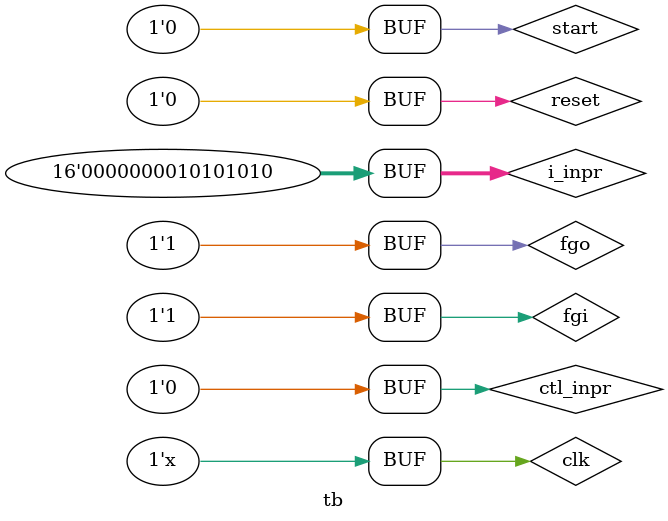
<source format=v>
`timescale 1ns / 1ps
module tb();
reg clk;
reg [15:0] i_inpr;
reg        ctl_inpr;
wire [15:0] i_ram;
reg start, reset;
wire [11:0] o_adr;
wire [15:0] o_ram;
wire [15:0] o_data;
wire [1:0]  ctl;
reg         fgo, fgi;
always #5 clk = ~clk;
CPU DUT(
    .clk(clk),
    .i_ram(o_data),
    .start(start), 
    .reset(reset),
    .o_ctl_ram(ctl),
    .o_ram(o_ram),
    .o_adr(o_adr),
    .i_inpr(i_inpr),
    .i_ctl_inpr(ctl_inpr),
    .i_fgi_on(fgi),
    .i_fgo_on(fgo)
);
ram DUTT(
.clk(clk),
.i_data(o_ram),
.i_adrr(o_adr),
.i_ctl_ram(ctl),
.o_data(o_data),
.reset(reset)      
);

initial begin
clk = 0;
reset = 1;
start = 0;
i_inpr = 8'b1010_1010;
ctl_inpr = 1'b1;
//fgi setting, you can chaing if you'd like to see the INTERRUPT, SKI, SKO
fgi = 1;
fgo = 1;
#10
ctl_inpr = 1'b0;
reset = 0;
#100
start = 1;
#10
start = 0;
end
endmodule

</source>
